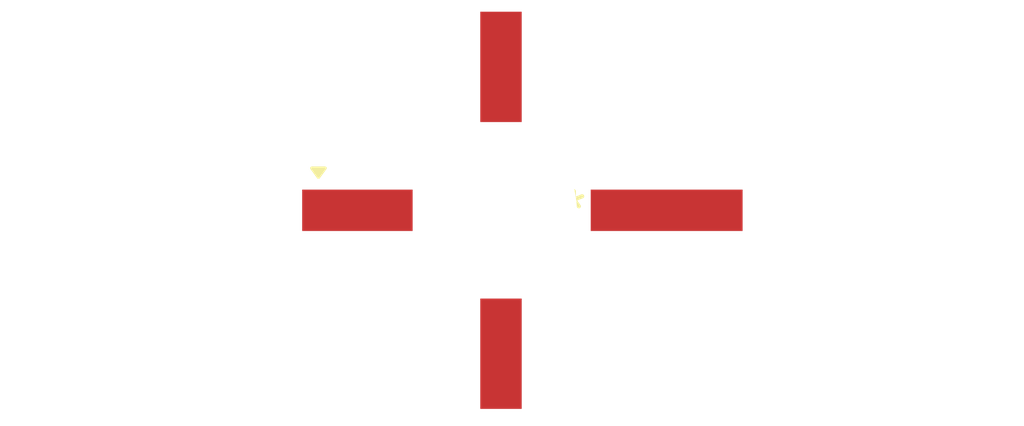
<source format=kicad_pcb>
(kicad_pcb (version 20240108) (generator pcbnew)
  (layers (0 "F.Cu" signal) (31 "B.Cu" signal) (34 "B.Paste" user) (35 "F.Paste" user) (36 "B.SilkS" user "B.Silkscreen") (37 "F.SilkS" user "F.Silkscreen") (38 "B.Mask" user) (39 "F.Mask" user) (44 "Edge.Cuts" user))
  (net 0 "")
  (footprint "TO-50-4_ShortPad-WithHole_Housing" (layer "F.Cu") (at 0 0)
    (property "Reference" "REF**")
    (property "Value" "TO-50-4_ShortPad-WithHole_Housing")
    (fp_poly (pts (xy -7.01 -1.2) (xy -7.25 -1.53) (xy -6.77 -1.53) (xy -7.01 -1.2)) (layer "F.SilkS") (stroke (width 0.12)) (fill solid))
    (pad "" np_thru_hole circle (at -0.4 0 270) (size 5.5 5.5) (drill 5.5) (layers *.Cu *.Mask))
    (pad "1" smd rect (at -5.6 0 270) (size 1.5 4) (layers "F.Cu" "F.Paste" "F.Mask"))
    (pad "2" smd rect (at -0.4 5.2 270) (size 4 1.5) (layers "F.Cu" "F.Paste" "F.Mask"))
    (pad "3" smd rect (at 5.6 0 270) (size 1.5 5.5) (layers "F.Cu" "F.Paste" "F.Mask"))
    (pad "4" smd rect (at -0.4 -5.2 270) (size 4 1.5) (layers "F.Cu" "F.Paste" "F.Mask"))
  )
)
</source>
